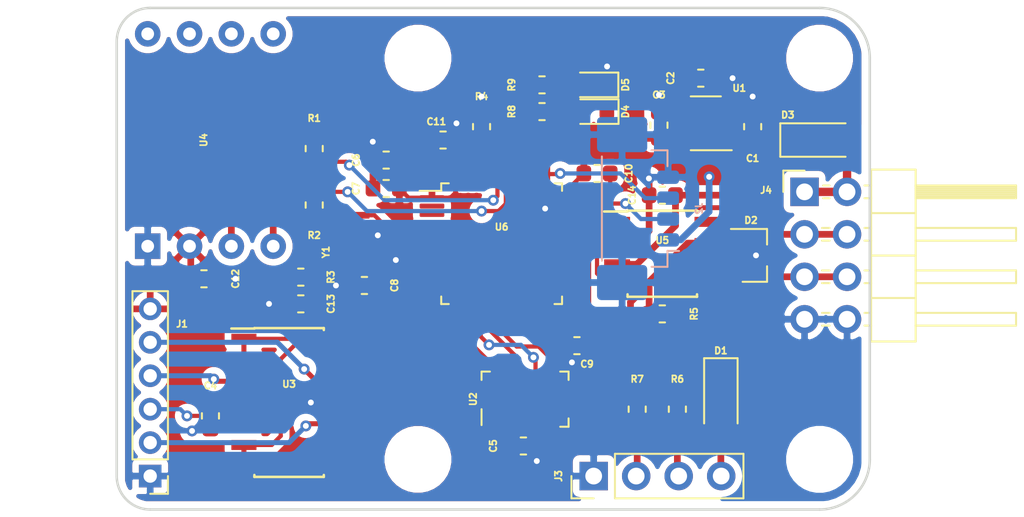
<source format=kicad_pcb>
(kicad_pcb (version 20171130) (host pcbnew "(5.1.0)-1")
  (layers (0 F.Cu signal) (31 B.Cu signal) (34 B.Paste user) (35 F.Paste user) (36 B.SilkS user) (37 F.SilkS user) (38 B.Mask user) (39 F.Mask user) (44 Edge.Cuts user))
  (net 0 "")
  (net 1 GND)
  (net 2 +5V)
  (net 3 "Net-(C2-Pad1)")
  (net 4 +3V3)
  (net 5 "Net-(C13-Pad1)")
  (net 6 "Net-(D1-Pad2)")
  (net 7 CANH)
  (net 8 CANL)
  (net 9 "Net-(D3-Pad2)")
  (net 10 "Net-(D4-Pad2)")
  (net 11 "Net-(D5-Pad2)")
  (net 12 SWDIO)
  (net 13 SWCLK)
  (net 14 "Net-(J3-Pad2)")
  (net 15 "Net-(J3-Pad3)")
  (net 16 I2C1_SDA)
  (net 17 I2C1_SCL)
  (net 18 "Net-(R4-Pad1)")
  (net 19 U1TX)
  (net 20 U1RX)
  (net 21 "Net-(R8-Pad1)")
  (net 22 "Net-(R9-Pad1)")
  (net 23 BARO_CS)
  (net 24 SPI1_SCK)
  (net 25 SPI1_MOSI)
  (net 26 SPI1_MISO)
  (net 27 ADC1_IN0)
  (net 28 ADC1_IN2)
  (net 29 ADC1_IN1)
  (net 30 ADC1_IN3)
  (net 31 "Net-(U4-Pad5)")
  (net 32 "Net-(U4-Pad6)")
  (net 33 "Net-(U4-Pad7)")
  (net 34 "Net-(U4-Pad8)")
  (net 35 CAN_TX)
  (net 36 CAN_RX)
  (net 37 "Net-(U5-Pad5)")
  (net 38 "Net-(U5-Pad8)")
  (net 39 "Net-(U6-Pad2)")
  (net 40 "Net-(U6-Pad3)")
  (net 41 "Net-(U6-Pad4)")
  (net 42 "Net-(U6-Pad5)")
  (net 43 "Net-(U6-Pad6)")
  (net 44 "Net-(U6-Pad19)")
  (net 45 "Net-(U6-Pad20)")
  (net 46 "Net-(U6-Pad25)")
  (net 47 "Net-(U6-Pad26)")
  (net 48 "Net-(U6-Pad27)")
  (net 49 "Net-(U6-Pad28)")
  (net 50 "Net-(U6-Pad29)")
  (net 51 "Net-(U6-Pad38)")
  (net 52 "Net-(U6-Pad39)")
  (net 53 "Net-(U6-Pad45)")
  (net 54 "Net-(U6-Pad46)")
  (net 55 "Net-(U6-Pad14)")
  (net 56 "Net-(U6-Pad21)")
  (net 57 "Net-(U6-Pad22)")
  (net 58 A3)
  (net 59 A2)
  (net 60 A1)
  (net 61 A0)
  (module MEMS:MS4525DO-DS (layer F.Cu) (at 122.6 105.9 270)
    (fp_text reference U4 (at 0 0.4 270) (layer F.SilkS) (effects (font (size 0.4 0.4) (thickness 0.1))))
    (fp_text value MS4525DO)
    (pad 8 thru_hole circle (at -6.35 3.75 270) (size 1.524 1.524) (drill 0.762) (layers *.Cu *.Mask) (net 34 "Net-(U4-Pad8)"))
    (pad 7 thru_hole circle (at -6.35 1.25 270) (size 1.524 1.524) (drill 0.762) (layers *.Cu *.Mask) (net 33 "Net-(U4-Pad7)"))
    (pad 6 thru_hole circle (at -6.35 -1.25 270) (size 1.524 1.524) (drill 0.762) (layers *.Cu *.Mask) (net 32 "Net-(U4-Pad6)"))
    (pad 5 thru_hole circle (at -6.35 -3.75 270) (size 1.524 1.524) (drill 0.762) (layers *.Cu *.Mask) (net 31 "Net-(U4-Pad5)"))
    (pad 4 thru_hole circle (at 6.35 -3.75 270) (size 1.524 1.524) (drill 0.762) (layers *.Cu *.Mask) (net 17 I2C1_SCL))
    (pad 3 thru_hole circle (at 6.35 -1.25 270) (size 1.524 1.524) (drill 0.762) (layers *.Cu *.Mask) (net 16 I2C1_SDA))
    (pad 2 thru_hole circle (at 6.35 1.25 270) (size 1.524 1.524) (drill 0.762) (layers *.Cu *.Mask) (net 4 +3V3))
    (pad 1 thru_hole rect (at 6.35 3.75 270) (size 1.524 1.524) (drill 0.762) (layers *.Cu *.Mask) (net 1 GND))
  )
  (module MountingHole:MountingHole_3.2mm_M3 (layer F.Cu) (at 135 125)
    (fp_text reference REF** hide)
    (fp_text value MountingHole_3.2mm_M3 hide)
    (pad 1 np_thru_hole circle (at 0 0) (size 3.2 3.2) (drill 3.2) (layers *.Cu *.Mask))
  )
  (module MountingHole:MountingHole_3.2mm_M3 (layer F.Cu) (at 135 101)
    (fp_text reference REF** hide)
    (fp_text value MountingHole_3.2mm_M3 hide)
    (pad 1 np_thru_hole circle (at 0 0) (size 3.2 3.2) (drill 3.2) (layers *.Cu *.Mask))
  )
  (module MountingHole:MountingHole_3.2mm_M3 (layer F.Cu) (at 159 125)
    (fp_text reference REF** hide)
    (fp_text value MountingHole_3.2mm_M3 hide)
    (pad 1 np_thru_hole circle (at 0 0) (size 3.2 3.2) (drill 3.2) (layers *.Cu *.Mask))
  )
  (module MountingHole:MountingHole_3.2mm_M3 (layer F.Cu) (at 159 101)
    (fp_text reference REF** hide)
    (fp_text value MountingHole_3.2mm_M3 hide)
    (pad 1 np_thru_hole circle (at 0 0) (size 3.2 3.2) (drill 3.2) (layers *.Cu *.Mask))
  )
  (module Capacitor_SMD:C_0603_1608Metric (layer F.Cu) (at 155 105.1 90)
    (fp_text reference C1 (at -1.9 0 180) (layer F.SilkS) (effects (font (size 0.4 0.4) (thickness 0.1))))
    (fp_text value 4.7uF)
    (pad 2 smd roundrect (at 0.7875 0 90) (size 0.875 0.95) (layers F.Cu F.Paste F.Mask) (net 1 GND))
    (pad 1 smd roundrect (at -0.7875 0 90) (size 0.875 0.95) (layers F.Cu F.Paste F.Mask) (net 2 +5V))
  )
  (module Capacitor_SMD:C_0603_1608Metric (layer F.Cu) (at 151.9 102.2)
    (fp_text reference C2 (at -1.8 0 90) (layer F.SilkS) (effects (font (size 0.4 0.4) (thickness 0.1))))
    (fp_text value 10nF)
    (pad 1 smd roundrect (at -0.7875 0) (size 0.875 0.95) (layers F.Cu F.Paste F.Mask) (net 3 "Net-(C2-Pad1)"))
    (pad 2 smd roundrect (at 0.7875 0) (size 0.875 0.95) (layers F.Cu F.Paste F.Mask) (net 1 GND))
  )
  (module Capacitor_SMD:C_0603_1608Metric (layer F.Cu) (at 149.4 105.0125 90)
    (fp_text reference C3 (at 1.8125 0 180) (layer F.SilkS) (effects (font (size 0.4 0.4) (thickness 0.1))))
    (fp_text value 2.2uF)
    (pad 2 smd roundrect (at 0.7875 0 90) (size 0.875 0.95) (layers F.Cu F.Paste F.Mask) (net 1 GND))
    (pad 1 smd roundrect (at -0.7875 0 90) (size 0.875 0.95) (layers F.Cu F.Paste F.Mask) (net 4 +3V3))
  )
  (module Capacitor_SMD:C_0603_1608Metric (layer F.Cu) (at 122.6 122.4 270)
    (fp_text reference C4 (at -1.8 0) (layer F.SilkS) (effects (font (size 0.4 0.4) (thickness 0.1))))
    (fp_text value 100nF)
    (pad 2 smd roundrect (at 0.7875 0 270) (size 0.875 0.95) (layers F.Cu F.Paste F.Mask) (net 1 GND))
    (pad 1 smd roundrect (at -0.7875 0 270) (size 0.875 0.95) (layers F.Cu F.Paste F.Mask) (net 4 +3V3))
  )
  (module Capacitor_SMD:C_0603_1608Metric (layer F.Cu) (at 141.3 124.2)
    (fp_text reference C5 (at -1.8 0 90) (layer F.SilkS) (effects (font (size 0.4 0.4) (thickness 0.1))))
    (fp_text value 100nF)
    (pad 1 smd roundrect (at -0.7875 0) (size 0.875 0.95) (layers F.Cu F.Paste F.Mask) (net 4 +3V3))
    (pad 2 smd roundrect (at 0.7875 0) (size 0.875 0.95) (layers F.Cu F.Paste F.Mask) (net 1 GND))
  )
  (module Capacitor_SMD:C_0603_1608Metric (layer F.Cu) (at 133.1 107.1 180)
    (fp_text reference C6 (at 1.8 0 270) (layer F.SilkS) (effects (font (size 0.4 0.4) (thickness 0.1))))
    (fp_text value 4.7uF)
    (pad 1 smd roundrect (at -0.7875 0 180) (size 0.875 0.95) (layers F.Cu F.Paste F.Mask) (net 4 +3V3))
    (pad 2 smd roundrect (at 0.7875 0 180) (size 0.875 0.95) (layers F.Cu F.Paste F.Mask) (net 1 GND))
  )
  (module Capacitor_SMD:C_0603_1608Metric (layer F.Cu) (at 133.1 108.8 180)
    (fp_text reference C7 (at 1.8 0 270) (layer F.SilkS) (effects (font (size 0.4 0.4) (thickness 0.1))))
    (fp_text value 100nF)
    (pad 2 smd roundrect (at 0.7875 0 180) (size 0.875 0.95) (layers F.Cu F.Paste F.Mask) (net 1 GND))
    (pad 1 smd roundrect (at -0.7875 0 180) (size 0.875 0.95) (layers F.Cu F.Paste F.Mask) (net 4 +3V3))
  )
  (module Capacitor_SMD:C_0603_1608Metric (layer F.Cu) (at 131.8 114.6 180)
    (fp_text reference C8 (at -1.8 0 270) (layer F.SilkS) (effects (font (size 0.4 0.4) (thickness 0.1))))
    (fp_text value 100nF)
    (pad 1 smd roundrect (at -0.7875 0 180) (size 0.875 0.95) (layers F.Cu F.Paste F.Mask) (net 4 +3V3))
    (pad 2 smd roundrect (at 0.7875 0 180) (size 0.875 0.95) (layers F.Cu F.Paste F.Mask) (net 1 GND))
  )
  (module Capacitor_SMD:C_0603_1608Metric (layer F.Cu) (at 144.5 118.2 180)
    (fp_text reference C9 (at -0.6 -1.1 180) (layer F.SilkS) (effects (font (size 0.4 0.4) (thickness 0.1))))
    (fp_text value 100nF)
    (pad 2 smd roundrect (at 0.7875 0 180) (size 0.875 0.95) (layers F.Cu F.Paste F.Mask) (net 1 GND))
    (pad 1 smd roundrect (at -0.7875 0 180) (size 0.875 0.95) (layers F.Cu F.Paste F.Mask) (net 4 +3V3))
  )
  (module Capacitor_SMD:C_0603_1608Metric (layer F.Cu) (at 145.7 107.9)
    (fp_text reference C10 (at 1.9 0 90) (layer F.SilkS) (effects (font (size 0.4 0.4) (thickness 0.1))))
    (fp_text value 100nF)
    (pad 1 smd roundrect (at -0.7875 0) (size 0.875 0.95) (layers F.Cu F.Paste F.Mask) (net 4 +3V3))
    (pad 2 smd roundrect (at 0.7875 0) (size 0.875 0.95) (layers F.Cu F.Paste F.Mask) (net 1 GND))
  )
  (module Capacitor_SMD:C_0603_1608Metric (layer F.Cu) (at 136.5 105.9)
    (fp_text reference C11 (at -0.4 -1.1) (layer F.SilkS) (effects (font (size 0.4 0.4) (thickness 0.1))))
    (fp_text value 100nF)
    (pad 2 smd roundrect (at 0.7875 0) (size 0.875 0.95) (layers F.Cu F.Paste F.Mask) (net 1 GND))
    (pad 1 smd roundrect (at -0.7875 0) (size 0.875 0.95) (layers F.Cu F.Paste F.Mask) (net 4 +3V3))
  )
  (module Capacitor_SMD:C_0603_1608Metric (layer F.Cu) (at 122.2125 114.2)
    (fp_text reference C12 (at 1.8875 0 90) (layer F.SilkS) (effects (font (size 0.4 0.4) (thickness 0.1))))
    (fp_text value 100nF)
    (pad 1 smd roundrect (at -0.7875 0) (size 0.875 0.95) (layers F.Cu F.Paste F.Mask) (net 4 +3V3))
    (pad 2 smd roundrect (at 0.7875 0) (size 0.875 0.95) (layers F.Cu F.Paste F.Mask) (net 1 GND))
  )
  (module Capacitor_SMD:C_0603_1608Metric (layer F.Cu) (at 128 115.7 180)
    (fp_text reference C13 (at -1.8 0 270) (layer F.SilkS) (effects (font (size 0.4 0.4) (thickness 0.1))))
    (fp_text value 100nF)
    (pad 1 smd roundrect (at -0.7875 0 180) (size 0.875 0.95) (layers F.Cu F.Paste F.Mask) (net 5 "Net-(C13-Pad1)"))
    (pad 2 smd roundrect (at 0.7875 0 180) (size 0.875 0.95) (layers F.Cu F.Paste F.Mask) (net 1 GND))
  )
  (module Capacitor_SMD:C_0603_1608Metric (layer F.Cu) (at 149.6 109.2 180)
    (fp_text reference C14 (at 1.8 0 270) (layer F.SilkS) (effects (font (size 0.4 0.4) (thickness 0.1))))
    (fp_text value 100nF)
    (pad 2 smd roundrect (at 0.7875 0 180) (size 0.875 0.95) (layers F.Cu F.Paste F.Mask) (net 1 GND))
    (pad 1 smd roundrect (at -0.7875 0 180) (size 0.875 0.95) (layers F.Cu F.Paste F.Mask) (net 2 +5V))
  )
  (module Diode_SMD:D_SOD-123 (layer F.Cu) (at 153.1 121.2 270)
    (fp_text reference D1 (at -2.7 0) (layer F.SilkS) (effects (font (size 0.4 0.4) (thickness 0.1))))
    (fp_text value 1A)
    (pad 1 smd rect (at -1.65 0 270) (size 0.9 1.2) (layers F.Cu F.Paste F.Mask) (net 2 +5V))
    (pad 2 smd rect (at 1.65 0 270) (size 0.9 1.2) (layers F.Cu F.Paste F.Mask) (net 6 "Net-(D1-Pad2)"))
  )
  (module Package_TO_SOT_SMD:SOT-23 (layer F.Cu) (at 155.1 112.8)
    (fp_text reference D2 (at -0.2 -2.1) (layer F.SilkS) (effects (font (size 0.4 0.4) (thickness 0.1))))
    (fp_text value PESDCAN)
    (pad 1 smd rect (at -1 -0.95) (size 0.9 0.8) (layers F.Cu F.Paste F.Mask) (net 7 CANH))
    (pad 2 smd rect (at -1 0.95) (size 0.9 0.8) (layers F.Cu F.Paste F.Mask) (net 8 CANL))
    (pad 3 smd rect (at 1 0) (size 0.9 0.8) (layers F.Cu F.Paste F.Mask) (net 1 GND))
  )
  (module Diode_SMD:D_SOD-123 (layer F.Cu) (at 158.9 105.9)
    (fp_text reference D3 (at -1.8 -1.5) (layer F.SilkS) (effects (font (size 0.4 0.4) (thickness 0.1))))
    (fp_text value 1A)
    (pad 2 smd rect (at 1.65 0) (size 0.9 1.2) (layers F.Cu F.Paste F.Mask) (net 9 "Net-(D3-Pad2)"))
    (pad 1 smd rect (at -1.65 0) (size 0.9 1.2) (layers F.Cu F.Paste F.Mask) (net 2 +5V))
  )
  (module LED_SMD:LED_0603_1608Metric (layer F.Cu) (at 145.5 104.2 180)
    (fp_text reference D4 (at -1.9 0 270) (layer F.SilkS) (effects (font (size 0.4 0.4) (thickness 0.1))))
    (fp_text value BLUE)
    (pad 2 smd roundrect (at 0.7875 0 180) (size 0.875 0.95) (layers F.Cu F.Paste F.Mask) (net 10 "Net-(D4-Pad2)"))
    (pad 1 smd roundrect (at -0.7875 0 180) (size 0.875 0.95) (layers F.Cu F.Paste F.Mask) (net 1 GND))
  )
  (module LED_SMD:LED_0603_1608Metric (layer F.Cu) (at 145.4875 102.6 180)
    (fp_text reference D5 (at -1.9125 0 270) (layer F.SilkS) (effects (font (size 0.4 0.4) (thickness 0.1))))
    (fp_text value GREEN)
    (pad 1 smd roundrect (at -0.7875 0 180) (size 0.875 0.95) (layers F.Cu F.Paste F.Mask) (net 1 GND))
    (pad 2 smd roundrect (at 0.7875 0 180) (size 0.875 0.95) (layers F.Cu F.Paste F.Mask) (net 11 "Net-(D5-Pad2)"))
  )
  (module Connector_PinHeader_2.00mm:PinHeader_1x06_P2.00mm_Vertical (layer F.Cu) (at 119 126 180)
    (fp_text reference J1 (at -1.9 9.1 180) (layer F.SilkS) (effects (font (size 0.4 0.4) (thickness 0.1))))
    (fp_text value EXT_ADC)
    (pad 1 thru_hole rect (at 0 0 180) (size 1.35 1.35) (drill 0.8) (layers *.Cu *.Mask) (net 1 GND))
    (pad 2 thru_hole oval (at 0 2 180) (size 1.35 1.35) (drill 0.8) (layers *.Cu *.Mask) (net 58 A3))
    (pad 3 thru_hole oval (at 0 4 180) (size 1.35 1.35) (drill 0.8) (layers *.Cu *.Mask) (net 60 A1))
    (pad 4 thru_hole oval (at 0 6 180) (size 1.35 1.35) (drill 0.8) (layers *.Cu *.Mask) (net 61 A0))
    (pad 5 thru_hole oval (at 0 8 180) (size 1.35 1.35) (drill 0.8) (layers *.Cu *.Mask) (net 59 A2))
    (pad 6 thru_hole oval (at 0 10 180) (size 1.35 1.35) (drill 0.8) (layers *.Cu *.Mask) (net 4 +3V3))
  )
  (module Connector_PinHeader_2.54mm:PinHeader_1x04_P2.54mm_Vertical (layer F.Cu) (at 145.5 126 90)
    (fp_text reference J3 (at 0 -2.1 90) (layer F.SilkS) (effects (font (size 0.4 0.4) (thickness 0.1))))
    (fp_text value UART)
    (pad 1 thru_hole rect (at 0 0 90) (size 1.7 1.7) (drill 1) (layers *.Cu *.Mask) (net 1 GND))
    (pad 2 thru_hole oval (at 0 2.54 90) (size 1.7 1.7) (drill 1) (layers *.Cu *.Mask) (net 14 "Net-(J3-Pad2)"))
    (pad 3 thru_hole oval (at 0 5.08 90) (size 1.7 1.7) (drill 1) (layers *.Cu *.Mask) (net 15 "Net-(J3-Pad3)"))
    (pad 4 thru_hole oval (at 0 7.62 90) (size 1.7 1.7) (drill 1) (layers *.Cu *.Mask) (net 6 "Net-(D1-Pad2)"))
  )
  (module Connector_PinHeader_2.54mm:PinHeader_2x04_P2.54mm_Horizontal (layer F.Cu) (at 158.1 109)
    (fp_text reference J4 (at -2.3 -0.1) (layer F.SilkS) (effects (font (size 0.4 0.4) (thickness 0.1))))
    (fp_text value M04x2)
    (pad 1 thru_hole rect (at 0 0) (size 1.7 1.7) (drill 1) (layers *.Cu *.Mask) (net 9 "Net-(D3-Pad2)"))
    (pad 2 thru_hole oval (at 2.54 0) (size 1.7 1.7) (drill 1) (layers *.Cu *.Mask) (net 9 "Net-(D3-Pad2)"))
    (pad 3 thru_hole oval (at 0 2.54) (size 1.7 1.7) (drill 1) (layers *.Cu *.Mask) (net 7 CANH))
    (pad 4 thru_hole oval (at 2.54 2.54) (size 1.7 1.7) (drill 1) (layers *.Cu *.Mask) (net 7 CANH))
    (pad 5 thru_hole oval (at 0 5.08) (size 1.7 1.7) (drill 1) (layers *.Cu *.Mask) (net 8 CANL))
    (pad 6 thru_hole oval (at 2.54 5.08) (size 1.7 1.7) (drill 1) (layers *.Cu *.Mask) (net 8 CANL))
    (pad 7 thru_hole oval (at 0 7.62) (size 1.7 1.7) (drill 1) (layers *.Cu *.Mask) (net 1 GND))
    (pad 8 thru_hole oval (at 2.54 7.62) (size 1.7 1.7) (drill 1) (layers *.Cu *.Mask) (net 1 GND))
  )
  (module Resistor_SMD:R_0603_1608Metric (layer F.Cu) (at 128.8 106.4125 270)
    (fp_text reference R1 (at -1.8125 0) (layer F.SilkS) (effects (font (size 0.4 0.4) (thickness 0.1))))
    (fp_text value 4.7K)
    (pad 2 smd roundrect (at 0.7875 0 270) (size 0.875 0.95) (layers F.Cu F.Paste F.Mask) (net 16 I2C1_SDA))
    (pad 1 smd roundrect (at -0.7875 0 270) (size 0.875 0.95) (layers F.Cu F.Paste F.Mask) (net 4 +3V3))
  )
  (module Resistor_SMD:R_0603_1608Metric (layer F.Cu) (at 128.8 109.7875 90)
    (fp_text reference R2 (at -1.8125 0 180) (layer F.SilkS) (effects (font (size 0.4 0.4) (thickness 0.1))))
    (fp_text value 4.7K)
    (pad 1 smd roundrect (at -0.7875 0 90) (size 0.875 0.95) (layers F.Cu F.Paste F.Mask) (net 4 +3V3))
    (pad 2 smd roundrect (at 0.7875 0 90) (size 0.875 0.95) (layers F.Cu F.Paste F.Mask) (net 17 I2C1_SCL))
  )
  (module Resistor_SMD:R_0603_1608Metric (layer F.Cu) (at 128 114.1 180)
    (fp_text reference R3 (at -1.8 0 270) (layer F.SilkS) (effects (font (size 0.4 0.4) (thickness 0.1))))
    (fp_text value 10K)
    (pad 1 smd roundrect (at -0.7875 0 180) (size 0.875 0.95) (layers F.Cu F.Paste F.Mask) (net 5 "Net-(C13-Pad1)"))
    (pad 2 smd roundrect (at 0.7875 0 180) (size 0.875 0.95) (layers F.Cu F.Paste F.Mask) (net 4 +3V3))
  )
  (module Resistor_SMD:R_0603_1608Metric (layer F.Cu) (at 138.8 105.1 90)
    (fp_text reference R4 (at 1.8 0 180) (layer F.SilkS) (effects (font (size 0.4 0.4) (thickness 0.1))))
    (fp_text value 10K)
    (pad 2 smd roundrect (at 0.7875 0 90) (size 0.875 0.95) (layers F.Cu F.Paste F.Mask) (net 1 GND))
    (pad 1 smd roundrect (at -0.7875 0 90) (size 0.875 0.95) (layers F.Cu F.Paste F.Mask) (net 18 "Net-(R4-Pad1)"))
  )
  (module Resistor_SMD:R_0603_1608Metric (layer F.Cu) (at 149.6 116.3 180)
    (fp_text reference R5 (at -1.9 0 270) (layer F.SilkS) (effects (font (size 0.4 0.4) (thickness 0.1))))
    (fp_text value 120)
    (pad 1 smd roundrect (at -0.7875 0 180) (size 0.875 0.95) (layers F.Cu F.Paste F.Mask) (net 8 CANL))
    (pad 2 smd roundrect (at 0.7875 0 180) (size 0.875 0.95) (layers F.Cu F.Paste F.Mask) (net 7 CANH))
  )
  (module Resistor_SMD:R_0603_1608Metric (layer F.Cu) (at 150.5 122 90)
    (fp_text reference R6 (at 1.8 0 180) (layer F.SilkS) (effects (font (size 0.4 0.4) (thickness 0.1))))
    (fp_text value 22)
    (pad 1 smd roundrect (at -0.7875 0 90) (size 0.875 0.95) (layers F.Cu F.Paste F.Mask) (net 15 "Net-(J3-Pad3)"))
    (pad 2 smd roundrect (at 0.7875 0 90) (size 0.875 0.95) (layers F.Cu F.Paste F.Mask) (net 19 U1TX))
  )
  (module Resistor_SMD:R_0603_1608Metric (layer F.Cu) (at 148.1 122 90)
    (fp_text reference R7 (at 1.8 0 180) (layer F.SilkS) (effects (font (size 0.4 0.4) (thickness 0.1))))
    (fp_text value 22)
    (pad 2 smd roundrect (at 0.7875 0 90) (size 0.875 0.95) (layers F.Cu F.Paste F.Mask) (net 20 U1RX))
    (pad 1 smd roundrect (at -0.7875 0 90) (size 0.875 0.95) (layers F.Cu F.Paste F.Mask) (net 14 "Net-(J3-Pad2)"))
  )
  (module Resistor_SMD:R_0603_1608Metric (layer F.Cu) (at 142.4125 104.2)
    (fp_text reference R8 (at -1.8125 0 90) (layer F.SilkS) (effects (font (size 0.4 0.4) (thickness 0.1))))
    (fp_text value 680)
    (pad 2 smd roundrect (at 0.7875 0) (size 0.875 0.95) (layers F.Cu F.Paste F.Mask) (net 10 "Net-(D4-Pad2)"))
    (pad 1 smd roundrect (at -0.7875 0) (size 0.875 0.95) (layers F.Cu F.Paste F.Mask) (net 21 "Net-(R8-Pad1)"))
  )
  (module Resistor_SMD:R_0603_1608Metric (layer F.Cu) (at 142.4125 102.6)
    (fp_text reference R9 (at -1.8125 0 90) (layer F.SilkS) (effects (font (size 0.4 0.4) (thickness 0.1))))
    (fp_text value 680)
    (pad 1 smd roundrect (at -0.7875 0) (size 0.875 0.95) (layers F.Cu F.Paste F.Mask) (net 22 "Net-(R9-Pad1)"))
    (pad 2 smd roundrect (at 0.7875 0) (size 0.875 0.95) (layers F.Cu F.Paste F.Mask) (net 11 "Net-(D5-Pad2)"))
  )
  (module Package_TO_SOT_SMD:SOT-23-5 (layer F.Cu) (at 152.2 104.9 180)
    (fp_text reference U1 (at -2 2.1 180) (layer F.SilkS) (effects (font (size 0.4 0.4) (thickness 0.1))))
    (fp_text value SPX3819M5)
    (pad 1 smd rect (at -1.1 -0.95 180) (size 1.06 0.65) (layers F.Cu F.Paste F.Mask) (net 2 +5V))
    (pad 2 smd rect (at -1.1 0 180) (size 1.06 0.65) (layers F.Cu F.Paste F.Mask) (net 1 GND))
    (pad 3 smd rect (at -1.1 0.95 180) (size 1.06 0.65) (layers F.Cu F.Paste F.Mask) (net 2 +5V))
    (pad 4 smd rect (at 1.1 0.95 180) (size 1.06 0.65) (layers F.Cu F.Paste F.Mask) (net 3 "Net-(C2-Pad1)"))
    (pad 5 smd rect (at 1.1 -0.95 180) (size 1.06 0.65) (layers F.Cu F.Paste F.Mask) (net 4 +3V3))
  )
  (module Package_LGA:LGA-8_3x5mm_P1.25mm (layer F.Cu) (at 141.4 121.4 90)
    (fp_text reference U2 (at 0 -3.1 90) (layer F.SilkS) (effects (font (size 0.4 0.4) (thickness 0.1))))
    (fp_text value MS5611)
    (pad 4 smd rect (at -1.075 1.875 90) (size 0.95 0.55) (layers F.Cu F.Paste F.Mask) (net 23 BARO_CS))
    (pad 1 smd rect (at -1.075 -1.875 90) (size 0.95 0.55) (layers F.Cu F.Paste F.Mask) (net 4 +3V3))
    (pad 2 smd rect (at -1.075 -0.625 90) (size 0.95 0.55) (layers F.Cu F.Paste F.Mask) (net 1 GND))
    (pad 3 smd rect (at -1.075 0.625 90) (size 0.95 0.55) (layers F.Cu F.Paste F.Mask) (net 1 GND))
    (pad 8 smd rect (at 1.075 -1.875 90) (size 0.95 0.55) (layers F.Cu F.Paste F.Mask) (net 24 SPI1_SCK))
    (pad 7 smd rect (at 1.075 -0.625 90) (size 0.95 0.55) (layers F.Cu F.Paste F.Mask) (net 25 SPI1_MOSI))
    (pad 6 smd rect (at 1.075 0.625 90) (size 0.95 0.55) (layers F.Cu F.Paste F.Mask) (net 26 SPI1_MISO))
    (pad 5 smd rect (at 1.075 1.875 90) (size 0.95 0.55) (layers F.Cu F.Paste F.Mask) (net 23 BARO_CS))
  )
  (module Package_SO:SOIC-14_3.9x8.7mm_P1.27mm (layer F.Cu) (at 127.3 121.6)
    (fp_text reference U3 (at 0 -1.1) (layer F.SilkS) (effects (font (size 0.4 0.4) (thickness 0.1))))
    (fp_text value LMV324)
    (pad 1 smd rect (at -2.7 -3.81) (size 1.5 0.6) (layers F.Cu F.Paste F.Mask) (net 27 ADC1_IN0))
    (pad 2 smd rect (at -2.7 -2.54) (size 1.5 0.6) (layers F.Cu F.Paste F.Mask) (net 27 ADC1_IN0))
    (pad 3 smd rect (at -2.7 -1.27) (size 1.5 0.6) (layers F.Cu F.Paste F.Mask) (net 61 A0))
    (pad 4 smd rect (at -2.7 0) (size 1.5 0.6) (layers F.Cu F.Paste F.Mask) (net 4 +3V3))
    (pad 5 smd rect (at -2.7 1.27) (size 1.5 0.6) (layers F.Cu F.Paste F.Mask) (net 60 A1))
    (pad 6 smd rect (at -2.7 2.54) (size 1.5 0.6) (layers F.Cu F.Paste F.Mask) (net 29 ADC1_IN1))
    (pad 7 smd rect (at -2.7 3.81) (size 1.5 0.6) (layers F.Cu F.Paste F.Mask) (net 29 ADC1_IN1))
    (pad 8 smd rect (at 2.7 3.81) (size 1.5 0.6) (layers F.Cu F.Paste F.Mask) (net 30 ADC1_IN3))
    (pad 9 smd rect (at 2.7 2.54) (size 1.5 0.6) (layers F.Cu F.Paste F.Mask) (net 30 ADC1_IN3))
    (pad 10 smd rect (at 2.7 1.27) (size 1.5 0.6) (layers F.Cu F.Paste F.Mask) (net 58 A3))
    (pad 11 smd rect (at 2.7 0) (size 1.5 0.6) (layers F.Cu F.Paste F.Mask) (net 1 GND))
    (pad 12 smd rect (at 2.7 -1.27) (size 1.5 0.6) (layers F.Cu F.Paste F.Mask) (net 59 A2))
    (pad 13 smd rect (at 2.7 -2.54) (size 1.5 0.6) (layers F.Cu F.Paste F.Mask) (net 28 ADC1_IN2))
    (pad 14 smd rect (at 2.7 -3.81) (size 1.5 0.6) (layers F.Cu F.Paste F.Mask) (net 28 ADC1_IN2))
  )
  (module Package_SO:SOIC-8_3.9x4.9mm_P1.27mm (layer F.Cu) (at 149.6 112.7)
    (fp_text reference U5 (at 0 -0.8) (layer F.SilkS) (effects (font (size 0.4 0.4) (thickness 0.1))))
    (fp_text value TJA1050)
    (pad 1 smd rect (at -2.7 -1.905) (size 1.55 0.6) (layers F.Cu F.Paste F.Mask) (net 35 CAN_TX))
    (pad 2 smd rect (at -2.7 -0.635) (size 1.55 0.6) (layers F.Cu F.Paste F.Mask) (net 1 GND))
    (pad 3 smd rect (at -2.7 0.635) (size 1.55 0.6) (layers F.Cu F.Paste F.Mask) (net 2 +5V))
    (pad 4 smd rect (at -2.7 1.905) (size 1.55 0.6) (layers F.Cu F.Paste F.Mask) (net 36 CAN_RX))
    (pad 5 smd rect (at 2.7 1.905) (size 1.55 0.6) (layers F.Cu F.Paste F.Mask) (net 37 "Net-(U5-Pad5)"))
    (pad 6 smd rect (at 2.7 0.635) (size 1.55 0.6) (layers F.Cu F.Paste F.Mask) (net 8 CANL))
    (pad 7 smd rect (at 2.7 -0.635) (size 1.55 0.6) (layers F.Cu F.Paste F.Mask) (net 7 CANH))
    (pad 8 smd rect (at 2.7 -1.905) (size 1.55 0.6) (layers F.Cu F.Paste F.Mask) (net 38 "Net-(U5-Pad8)"))
  )
  (module Package_QFP:LQFP-48_7x7mm_P0.5mm (layer F.Cu) (at 140 112.1)
    (fp_text reference U6 (at 0 -1) (layer F.SilkS) (effects (font (size 0.4 0.4) (thickness 0.1))))
    (fp_text value STM32F072CBTx)
    (pad 1 smd roundrect (at -4.1625 -2.75) (size 1.475 0.3) (layers F.Cu F.Paste F.Mask) (net 4 +3V3))
    (pad 2 smd roundrect (at -4.1625 -2.25) (size 1.475 0.3) (layers F.Cu F.Paste F.Mask) (net 39 "Net-(U6-Pad2)"))
    (pad 3 smd roundrect (at -4.1625 -1.75) (size 1.475 0.3) (layers F.Cu F.Paste F.Mask) (net 40 "Net-(U6-Pad3)"))
    (pad 4 smd roundrect (at -4.1625 -1.25) (size 1.475 0.3) (layers F.Cu F.Paste F.Mask) (net 41 "Net-(U6-Pad4)"))
    (pad 5 smd roundrect (at -4.1625 -0.75) (size 1.475 0.3) (layers F.Cu F.Paste F.Mask) (net 42 "Net-(U6-Pad5)"))
    (pad 6 smd roundrect (at -4.1625 -0.25) (size 1.475 0.3) (layers F.Cu F.Paste F.Mask) (net 43 "Net-(U6-Pad6)"))
    (pad 7 smd roundrect (at -4.1625 0.25) (size 1.475 0.3) (layers F.Cu F.Paste F.Mask) (net 5 "Net-(C13-Pad1)"))
    (pad 8 smd roundrect (at -4.1625 0.75) (size 1.475 0.3) (layers F.Cu F.Paste F.Mask) (net 1 GND))
    (pad 9 smd roundrect (at -4.1625 1.25) (size 1.475 0.3) (layers F.Cu F.Paste F.Mask) (net 4 +3V3))
    (pad 10 smd roundrect (at -4.1625 1.75) (size 1.475 0.3) (layers F.Cu F.Paste F.Mask) (net 27 ADC1_IN0))
    (pad 11 smd roundrect (at -4.1625 2.25) (size 1.475 0.3) (layers F.Cu F.Paste F.Mask) (net 29 ADC1_IN1))
    (pad 12 smd roundrect (at -4.1625 2.75) (size 1.475 0.3) (layers F.Cu F.Paste F.Mask) (net 28 ADC1_IN2))
    (pad 13 smd roundrect (at -2.75 4.1625) (size 0.3 1.475) (layers F.Cu F.Paste F.Mask) (net 30 ADC1_IN3))
    (pad 14 smd roundrect (at -2.25 4.1625) (size 0.3 1.475) (layers F.Cu F.Paste F.Mask) (net 55 "Net-(U6-Pad14)"))
    (pad 15 smd roundrect (at -1.75 4.1625) (size 0.3 1.475) (layers F.Cu F.Paste F.Mask) (net 24 SPI1_SCK))
    (pad 16 smd roundrect (at -1.25 4.1625) (size 0.3 1.475) (layers F.Cu F.Paste F.Mask) (net 26 SPI1_MISO))
    (pad 17 smd roundrect (at -0.75 4.1625) (size 0.3 1.475) (layers F.Cu F.Paste F.Mask) (net 25 SPI1_MOSI))
    (pad 18 smd roundrect (at -0.25 4.1625) (size 0.3 1.475) (layers F.Cu F.Paste F.Mask) (net 23 BARO_CS))
    (pad 19 smd roundrect (at 0.25 4.1625) (size 0.3 1.475) (layers F.Cu F.Paste F.Mask) (net 44 "Net-(U6-Pad19)"))
    (pad 20 smd roundrect (at 0.75 4.1625) (size 0.3 1.475) (layers F.Cu F.Paste F.Mask) (net 45 "Net-(U6-Pad20)"))
    (pad 21 smd roundrect (at 1.25 4.1625) (size 0.3 1.475) (layers F.Cu F.Paste F.Mask) (net 56 "Net-(U6-Pad21)"))
    (pad 22 smd roundrect (at 1.75 4.1625) (size 0.3 1.475) (layers F.Cu F.Paste F.Mask) (net 57 "Net-(U6-Pad22)"))
    (pad 23 smd roundrect (at 2.25 4.1625) (size 0.3 1.475) (layers F.Cu F.Paste F.Mask) (net 1 GND))
    (pad 24 smd roundrect (at 2.75 4.1625) (size 0.3 1.475) (layers F.Cu F.Paste F.Mask) (net 4 +3V3))
    (pad 25 smd roundrect (at 4.1625 2.75) (size 1.475 0.3) (layers F.Cu F.Paste F.Mask) (net 46 "Net-(U6-Pad25)"))
    (pad 26 smd roundrect (at 4.1625 2.25) (size 1.475 0.3) (layers F.Cu F.Paste F.Mask) (net 47 "Net-(U6-Pad26)"))
    (pad 27 smd roundrect (at 4.1625 1.75) (size 1.475 0.3) (layers F.Cu F.Paste F.Mask) (net 48 "Net-(U6-Pad27)"))
    (pad 28 smd roundrect (at 4.1625 1.25) (size 1.475 0.3) (layers F.Cu F.Paste F.Mask) (net 49 "Net-(U6-Pad28)"))
    (pad 29 smd roundrect (at 4.1625 0.75) (size 1.475 0.3) (layers F.Cu F.Paste F.Mask) (net 50 "Net-(U6-Pad29)"))
    (pad 30 smd roundrect (at 4.1625 0.25) (size 1.475 0.3) (layers F.Cu F.Paste F.Mask) (net 19 U1TX))
    (pad 31 smd roundrect (at 4.1625 -0.25) (size 1.475 0.3) (layers F.Cu F.Paste F.Mask) (net 20 U1RX))
    (pad 32 smd roundrect (at 4.1625 -0.75) (size 1.475 0.3) (layers F.Cu F.Paste F.Mask) (net 36 CAN_RX))
    (pad 33 smd roundrect (at 4.1625 -1.25) (size 1.475 0.3) (layers F.Cu F.Paste F.Mask) (net 35 CAN_TX))
    (pad 34 smd roundrect (at 4.1625 -1.75) (size 1.475 0.3) (layers F.Cu F.Paste F.Mask) (net 12 SWDIO))
    (pad 35 smd roundrect (at 4.1625 -2.25) (size 1.475 0.3) (layers F.Cu F.Paste F.Mask) (net 1 GND))
    (pad 36 smd roundrect (at 4.1625 -2.75) (size 1.475 0.3) (layers F.Cu F.Paste F.Mask) (net 4 +3V3))
    (pad 37 smd roundrect (at 2.75 -4.1625) (size 0.3 1.475) (layers F.Cu F.Paste F.Mask) (net 13 SWCLK))
    (pad 38 smd roundrect (at 2.25 -4.1625) (size 0.3 1.475) (layers F.Cu F.Paste F.Mask) (net 51 "Net-(U6-Pad38)"))
    (pad 39 smd roundrect (at 1.75 -4.1625) (size 0.3 1.475) (layers F.Cu F.Paste F.Mask) (net 52 "Net-(U6-Pad39)"))
    (pad 40 smd roundrect (at 1.25 -4.1625) (size 0.3 1.475) (layers F.Cu F.Paste F.Mask) (net 21 "Net-(R8-Pad1)"))
    (pad 41 smd roundrect (at 0.75 -4.1625) (size 0.3 1.475) (layers F.Cu F.Paste F.Mask) (net 22 "Net-(R9-Pad1)"))
    (pad 42 smd roundrect (at 0.25 -4.1625) (size 0.3 1.475) (layers F.Cu F.Paste F.Mask) (net 17 I2C1_SCL))
    (pad 43 smd roundrect (at -0.25 -4.1625) (size 0.3 1.475) (layers F.Cu F.Paste F.Mask) (net 16 I2C1_SDA))
    (pad 44 smd roundrect (at -0.75 -4.1625) (size 0.3 1.475) (layers F.Cu F.Paste F.Mask) (net 18 "Net-(R4-Pad1)"))
    (pad 45 smd roundrect (at -1.25 -4.1625) (size 0.3 1.475) (layers F.Cu F.Paste F.Mask) (net 53 "Net-(U6-Pad45)"))
    (pad 46 smd roundrect (at -1.75 -4.1625) (size 0.3 1.475) (layers F.Cu F.Paste F.Mask) (net 54 "Net-(U6-Pad46)"))
    (pad 47 smd roundrect (at -2.25 -4.1625) (size 0.3 1.475) (layers F.Cu F.Paste F.Mask) (net 1 GND))
    (pad 48 smd roundrect (at -2.75 -4.1625) (size 0.3 1.475) (layers F.Cu F.Paste F.Mask) (net 4 +3V3))
  )
  (module MurataResonators:CERALOCK-CSTCE (layer F.Cu) (at 131.1 111.6 90)
    (fp_text reference Y1 (at -1 -1.6 90) (layer F.SilkS) (effects (font (size 0.4 0.4) (thickness 0.1))))
    (fp_text value 8MHz)
    (pad 1 smd rect (at 1.2 0 180) (size 2 0.4) (layers F.Cu F.Paste F.Mask) (net 42 "Net-(U6-Pad5)"))
    (pad 2 smd rect (at 0 0 180) (size 2 0.4) (layers F.Cu F.Paste F.Mask) (net 1 GND))
    (pad 3 smd rect (at -1.2 0 180) (size 2 0.4) (layers F.Cu F.Paste F.Mask) (net 43 "Net-(U6-Pad6)"))
  )
  (module Connector_Molex:Molex_PicoBlade_53398-0471_1x04-1MP_P1.25mm_Vertical (layer B.Cu) (at 148.7 110 90)
    (fp_text reference J2 (at 0 3.1 90) (layer B.SilkS) (effects (font (size 0.4 0.4) (thickness 0.1)) (justify mirror)))
    (fp_text value SWD)
    (pad 1 smd roundrect (at -1.875 1.25 90) (size 0.8 1.3) (layers B.Cu B.Paste B.Mask) (net 4 +3V3))
    (pad 2 smd roundrect (at -0.625 1.25 90) (size 0.8 1.3) (layers B.Cu B.Paste B.Mask) (net 12 SWDIO))
    (pad 3 smd roundrect (at 0.625 1.25 90) (size 0.8 1.3) (layers B.Cu B.Paste B.Mask) (net 13 SWCLK))
    (pad 4 smd roundrect (at 1.875 1.25 90) (size 0.8 1.3) (layers B.Cu B.Paste B.Mask) (net 1 GND))
    (pad MP smd roundrect (at -4.425 -1.5 90) (size 2.1 3) (layers B.Cu B.Paste B.Mask) (roundrect_rratio 0.119) (net 1 GND))
    (pad MP smd roundrect (at 4.425 -1.5 90) (size 2.1 3) (layers B.Cu B.Paste B.Mask) (roundrect_rratio 0.119) (net 1 GND))
  )
  (gr_arc (start 119 126) (end 117 126) (angle -90) (layer Edge.Cuts) (width 0.15))
  (gr_arc (start 119 100) (end 119 98) (angle -90) (layer Edge.Cuts) (width 0.15))
  (gr_arc (start 159 101) (end 162 101) (angle -90) (layer Edge.Cuts) (width 0.15))
  (gr_arc (start 159 125) (end 159 128) (angle -90) (layer Edge.Cuts) (width 0.15))
  (gr_line (start 119 128) (end 159 128) (layer Edge.Cuts) (width 0.15))
  (gr_line (start 117 100) (end 117 126) (layer Edge.Cuts) (width 0.15))
  (gr_line (start 159 98) (end 119 98) (layer Edge.Cuts) (width 0.15))
  (gr_line (start 162 125) (end 162 101) (layer Edge.Cuts) (width 0.15))
  (segment (start 137.75 106.3625) (end 137.2875 105.9) (width 0.25) (layer F.Cu) (net 1))
  (segment (start 137.75 107.9375) (end 137.75 106.3625) (width 0.25) (layer F.Cu) (net 1))
  (segment (start 140.775 122.8875) (end 142.0875 124.2) (width 0.25) (layer F.Cu) (net 1))
  (segment (start 140.775 122.475) (end 140.775 122.8875) (width 0.25) (layer F.Cu) (net 1))
  (segment (start 142.025 124.1375) (end 142.0875 124.2) (width 0.25) (layer F.Cu) (net 1))
  (segment (start 142.025 122.475) (end 142.025 124.1375) (width 0.25) (layer F.Cu) (net 1))
  (segment (start 142.25 116.2625) (end 142.25 117.45) (width 0.25) (layer F.Cu) (net 1))
  (segment (start 142.25 117.45) (end 143 118.2) (width 0.25) (layer F.Cu) (net 1))
  (segment (start 143 118.2) (end 143.7125 118.2) (width 0.25) (layer F.Cu) (net 1))
  (via (at 155.2 112.8) (size 0.65) (drill 0.35) (layers F.Cu B.Cu) (net 1))
  (segment (start 156.1 112.8) (end 155.2 112.8) (width 0.4) (layer F.Cu) (net 1))
  (segment (start 148.075 112.065) (end 146.9 112.065) (width 0.4) (layer F.Cu) (net 1))
  (segment (start 148.8125 109.2) (end 148.8125 111.3275) (width 0.4) (layer F.Cu) (net 1))
  (segment (start 148.8125 111.3275) (end 148.075 112.065) (width 0.4) (layer F.Cu) (net 1))
  (via (at 142.6 110) (size 0.65) (drill 0.35) (layers F.Cu B.Cu) (net 1))
  (segment (start 144.1625 109.85) (end 142.75 109.85) (width 0.25) (layer F.Cu) (net 1))
  (segment (start 142.75 109.85) (end 142.6 110) (width 0.25) (layer F.Cu) (net 1))
  (via (at 132.6 111.6) (size 0.65) (drill 0.35) (layers F.Cu B.Cu) (net 1))
  (segment (start 131.1 111.6) (end 132.6 111.6) (width 0.25) (layer F.Cu) (net 1))
  (via (at 124.1 114.2) (size 0.65) (drill 0.35) (layers F.Cu B.Cu) (net 1))
  (segment (start 123 114.2) (end 124.1 114.2) (width 0.25) (layer F.Cu) (net 1))
  (via (at 126.1 115.7) (size 0.65) (drill 0.35) (layers F.Cu B.Cu) (net 1))
  (segment (start 127.2125 115.7) (end 126.1 115.7) (width 0.25) (layer F.Cu) (net 1))
  (via (at 144.2 119.2) (size 0.65) (drill 0.35) (layers F.Cu B.Cu) (net 1))
  (segment (start 143.7125 118.2) (end 143.7125 118.7125) (width 0.25) (layer F.Cu) (net 1))
  (segment (start 143.7125 118.7125) (end 144.2 119.2) (width 0.25) (layer F.Cu) (net 1))
  (via (at 142.1 125.1) (size 0.65) (drill 0.35) (layers F.Cu B.Cu) (net 1))
  (segment (start 142.0875 124.2) (end 142.0875 125.0875) (width 0.25) (layer F.Cu) (net 1))
  (segment (start 142.0875 125.0875) (end 142.1 125.1) (width 0.25) (layer F.Cu) (net 1))
  (segment (start 132.3125 108.8) (end 132.3125 107.1) (width 0.4) (layer F.Cu) (net 1))
  (via (at 132.3 106) (size 0.65) (drill 0.35) (layers F.Cu B.Cu) (net 1))
  (segment (start 132.3125 107.1) (end 132.3125 106.0125) (width 0.4) (layer F.Cu) (net 1))
  (segment (start 132.3125 106.0125) (end 132.3 106) (width 0.4) (layer F.Cu) (net 1))
  (via (at 137.3 104.9) (size 0.65) (drill 0.35) (layers F.Cu B.Cu) (net 1))
  (segment (start 137.2875 105.9) (end 137.2875 104.9125) (width 0.4) (layer F.Cu) (net 1))
  (segment (start 137.2875 104.9125) (end 137.3 104.9) (width 0.4) (layer F.Cu) (net 1))
  (via (at 138.8 103.3) (size 0.65) (drill 0.35) (layers F.Cu B.Cu) (net 1))
  (segment (start 138.8 104.3125) (end 138.8 103.3) (width 0.4) (layer F.Cu) (net 1))
  (via (at 149.4 103.2) (size 0.65) (drill 0.35) (layers F.Cu B.Cu) (net 1))
  (segment (start 149.4 104.225) (end 149.4 103.2) (width 0.4) (layer F.Cu) (net 1))
  (via (at 155 103.3) (size 0.65) (drill 0.35) (layers F.Cu B.Cu) (net 1))
  (segment (start 155 104.3125) (end 155 103.3) (width 0.4) (layer F.Cu) (net 1))
  (segment (start 154.4125 104.9) (end 155 104.3125) (width 0.4) (layer F.Cu) (net 1))
  (segment (start 153.3 104.9) (end 154.4125 104.9) (width 0.4) (layer F.Cu) (net 1))
  (via (at 148.8 108.2) (size 0.65) (drill 0.35) (layers F.Cu B.Cu) (net 1))
  (segment (start 148.8125 109.2) (end 148.8125 108.2125) (width 0.4) (layer F.Cu) (net 1))
  (segment (start 148.8125 108.2125) (end 148.8 108.2) (width 0.4) (layer F.Cu) (net 1))
  (segment (start 146.4875 108.77609) (end 146.4875 107.9) (width 0.25) (layer F.Cu) (net 1))
  (segment (start 144.1625 109.85) (end 145.41359 109.85) (width 0.25) (layer F.Cu) (net 1))
  (segment (start 145.41359 109.85) (end 146.4875 108.77609) (width 0.25) (layer F.Cu) (net 1))
  (segment (start 146.2875 102.6125) (end 146.275 102.6) (width 0.3) (layer F.Cu) (net 1))
  (segment (start 146.2875 104.2) (end 146.2875 102.6125) (width 0.3) (layer F.Cu) (net 1))
  (via (at 146.3 101.5) (size 0.65) (drill 0.35) (layers F.Cu B.Cu) (net 1))
  (segment (start 146.275 102.6) (end 146.275 101.525) (width 0.3) (layer F.Cu) (net 1))
  (segment (start 146.275 101.525) (end 146.3 101.5) (width 0.3) (layer F.Cu) (net 1))
  (via (at 130.1 114.6) (size 0.65) (drill 0.35) (layers F.Cu B.Cu) (net 1))
  (segment (start 131.0125 114.6) (end 130.1 114.6) (width 0.25) (layer F.Cu) (net 1))
  (via (at 128.6 121.6) (size 0.65) (drill 0.35) (layers F.Cu B.Cu) (net 1))
  (segment (start 130 121.6) (end 128.6 121.6) (width 0.25) (layer F.Cu) (net 1))
  (via (at 153.8 102.2) (size 0.65) (drill 0.35) (layers F.Cu B.Cu) (net 1))
  (segment (start 152.6875 102.2) (end 153.8 102.2) (width 0.3) (layer F.Cu) (net 1))
  (via (at 133.677825 113.077825) (size 0.65) (drill 0.35) (layers F.Cu B.Cu) (net 1))
  (segment (start 135.8375 112.85) (end 133.90565 112.85) (width 0.25) (layer F.Cu) (net 1))
  (segment (start 133.90565 112.85) (end 133.677825 113.077825) (width 0.25) (layer F.Cu) (net 1))
  (via (at 121.5 123.3) (size 0.65) (drill 0.35) (layers F.Cu B.Cu) (net 1))
  (segment (start 122.4 123.1875) (end 121.6125 123.1875) (width 0.25) (layer F.Cu) (net 1))
  (segment (start 121.6125 123.1875) (end 121.5 123.3) (width 0.25) (layer F.Cu) (net 1))
  (segment (start 150.3875 109.775) (end 150.3875 109.2) (width 0.4) (layer F.Cu) (net 2))
  (segment (start 150.3875 111.0225) (end 150.3875 109.775) (width 0.4) (layer F.Cu) (net 2))
  (segment (start 148.075 113.335) (end 150.3875 111.0225) (width 0.4) (layer F.Cu) (net 2))
  (segment (start 146.9 113.335) (end 148.075 113.335) (width 0.4) (layer F.Cu) (net 2))
  (segment (start 153.1 119.55) (end 150.15 119.55) (width 0.4) (layer F.Cu) (net 2))
  (segment (start 148.075 115.225002) (end 148.075 113.335) (width 0.4) (layer F.Cu) (net 2))
  (segment (start 147.7 115.600002) (end 148.075 115.225002) (width 0.4) (layer F.Cu) (net 2))
  (segment (start 147.7 117.1) (end 147.7 115.600002) (width 0.4) (layer F.Cu) (net 2))
  (segment (start 150.15 119.55) (end 147.7 117.1) (width 0.4) (layer F.Cu) (net 2))
  (segment (start 154.9625 105.85) (end 155 105.8875) (width 0.5) (layer F.Cu) (net 2))
  (segment (start 153.3 105.85) (end 154.9625 105.85) (width 0.5) (layer F.Cu) (net 2))
  (segment (start 155.0125 105.9) (end 155 105.8875) (width 0.5) (layer F.Cu) (net 2))
  (segment (start 157.25 105.9) (end 155.0125 105.9) (width 0.5) (layer F.Cu) (net 2))
  (segment (start 152.47 105.85) (end 152.2 105.58) (width 0.3) (layer F.Cu) (net 2))
  (segment (start 153.3 105.85) (end 152.47 105.85) (width 0.3) (layer F.Cu) (net 2))
  (segment (start 152.47 103.95) (end 153.3 103.95) (width 0.3) (layer F.Cu) (net 2))
  (segment (start 152.2 104.22) (end 152.47 103.95) (width 0.3) (layer F.Cu) (net 2))
  (segment (start 152.2 105.58) (end 152.2 104.22) (width 0.3) (layer F.Cu) (net 2))
  (segment (start 150.3875 109.2) (end 154.1 109.2) (width 0.4) (layer F.Cu) (net 2))
  (segment (start 154.1 109.2) (end 155 108.3) (width 0.4) (layer F.Cu) (net 2))
  (segment (start 155 108.3) (end 155 105.8875) (width 0.4) (layer F.Cu) (net 2))
  (segment (start 151.1 102.2125) (end 151.1125 102.2) (width 0.3) (layer F.Cu) (net 3))
  (segment (start 151.1 103.95) (end 151.1 102.2125) (width 0.3) (layer F.Cu) (net 3))
  (segment (start 134.4375 109.35) (end 133.8875 108.8) (width 0.25) (layer F.Cu) (net 4))
  (segment (start 135.8375 109.35) (end 134.4375 109.35) (width 0.25) (layer F.Cu) (net 4))
  (segment (start 137.25 107.9375) (end 136.1375 107.9375) (width 0.25) (layer F.Cu) (net 4))
  (segment (start 135.7125 107.5125) (end 135.7125 105.9) (width 0.25) (layer F.Cu) (net 4))
  (segment (start 136.1375 107.9375) (end 135.7125 107.5125) (width 0.25) (layer F.Cu) (net 4))
  (segment (start 121.425 112.325) (end 121.35 112.25) (width 0.4) (layer F.Cu) (net 4))
  (segment (start 121.425 114.2) (end 121.425 112.325) (width 0.4) (layer F.Cu) (net 4))
  (segment (start 128.8 112.5125) (end 127.2125 114.1) (width 0.25) (layer F.Cu) (net 4))
  (segment (start 128.8 110.575) (end 128.8 112.5125) (width 0.25) (layer F.Cu) (net 4))
  (via (at 152.4 108.1) (size 0.65) (drill 0.35) (layers F.Cu B.Cu) (net 4))
  (segment (start 152.4 110.175) (end 152.4 108.1) (width 0.4) (layer B.Cu) (net 4))
  (segment (start 149.95 111.875) (end 150.7 111.875) (width 0.4) (layer B.Cu) (net 4))
  (segment (start 150.7 111.875) (end 152.4 110.175) (width 0.4) (layer B.Cu) (net 4))
  (segment (start 144.1625 108.65) (end 144.9125 107.9) (width 0.25) (layer F.Cu) (net 4))
  (segment (start 144.1625 109.35) (end 144.1625 108.65) (width 0.25) (layer F.Cu) (net 4))
  (segment (start 143.35 116.2625) (end 142.75 116.2625) (width 0.25) (layer F.Cu) (net 4))
  (segment (start 145.2875 118.2) (end 143.35 116.2625) (width 0.25) (layer F.Cu) (net 4))
  (segment (start 122.4125 121.6) (end 122.4 121.6125) (width 0.3) (layer F.Cu) (net 4))
  (segment (start 133.125 114.6) (end 132.5875 114.6) (width 0.25) (layer F.Cu) (net 4))
  (segment (start 134.32501 113.39999) (end 133.125 114.6) (width 0.25) (layer F.Cu) (net 4))
  (segment (start 135 113.35) (end 135.8375 113.35) (width 0.25) (layer F.Cu) (net 4))
  (segment (start 134.367652 113.35) (end 135 113.35) (width 0.25) (layer F.Cu) (net 4))
  (segment (start 134.32501 113.392642) (end 134.367652 113.35) (width 0.25) (layer F.Cu) (net 4))
  (segment (start 134.32501 113.39999) (end 134.32501 113.392642) (width 0.25) (layer F.Cu) (net 4))
  (segment (start 137.15 109.35) (end 135.8375 109.35) (width 0.25) (layer F.Cu) (net 4))
  (segment (start 137.25 107.9375) (end 137.25 109.25) (width 0.25) (layer F.Cu) (net 4))
  (segment (start 137.25 109.25) (end 137.15 109.35) (width 0.25) (layer F.Cu) (net 4))
  (segment (start 137.5 109.5) (end 137.25 109.25) (width 0.25) (layer F.Cu) (net 4))
  (segment (start 137.5 112.525) (end 137.5 109.5) (width 0.25) (layer F.Cu) (net 4))
  (segment (start 135.8375 113.35) (end 136.675 113.35) (width 0.25) (layer F.Cu) (net 4))
  (segment (start 136.675 113.35) (end 137.5 112.525) (width 0.25) (layer F.Cu) (net 4))
  (segment (start 133.48641 112.35) (end 132.33641 113.5) (width 0.25) (layer F.Cu) (net 5))
  (segment (start 135.8375 112.35) (end 133.48641 112.35) (width 0.25) (layer F.Cu) (net 5))
  (segment (start 129.3875 113.5) (end 128.7875 114.1) (width 0.25) (layer F.Cu) (net 5))
  (segment (start 132.33641 113.5) (end 129.3875 113.5) (width 0.25) (layer F.Cu) (net 5))
  (segment (start 128.7875 115.7) (end 128.7875 114.1) (width 0.25) (layer F.Cu) (net 5))
  (segment (start 153.1 125.98) (end 153.12 126) (width 0.4) (layer F.Cu) (net 6))
  (segment (start 153.1 122.85) (end 153.1 125.98) (width 0.4) (layer F.Cu) (net 6))
  (segment (start 151.125 112.065) (end 152.3 112.065) (width 0.4) (layer F.Cu) (net 7))
  (segment (start 148.8125 114.3775) (end 151.125 112.065) (width 0.4) (layer F.Cu) (net 7))
  (segment (start 148.8125 116.3) (end 148.8125 114.3775) (width 0.4) (layer F.Cu) (net 7))
  (segment (start 153.885 112.065) (end 154.1 111.85) (width 0.4) (layer F.Cu) (net 7))
  (segment (start 152.3 112.065) (end 153.885 112.065) (width 0.4) (layer F.Cu) (net 7))
  (segment (start 154.41 111.54) (end 154.1 111.85) (width 0.4) (layer F.Cu) (net 7))
  (segment (start 158.1 111.54) (end 154.41 111.54) (width 0.4) (layer F.Cu) (net 7))
  (segment (start 158.1 111.54) (end 160.64 111.54) (width 0.4) (layer F.Cu) (net 7))
  (segment (start 150.3875 115.725) (end 150.3875 116.3) (width 0.4) (layer F.Cu) (net 8))
  (segment (start 150.4 115.7125) (end 150.3875 115.725) (width 0.4) (layer F.Cu) (net 8))
  (segment (start 150.4 114.06) (end 150.4 115.7125) (width 0.4) (layer F.Cu) (net 8))
  (segment (start 151.125 113.335) (end 150.4 114.06) (width 0.4) (layer F.Cu) (net 8))
  (segment (start 152.3 113.335) (end 151.125 113.335) (width 0.4) (layer F.Cu) (net 8))
  (segment (start 153.685 113.335) (end 154.1 113.75) (width 0.4) (layer F.Cu) (net 8))
  (segment (start 152.3 113.335) (end 153.685 113.335) (width 0.4) (layer F.Cu) (net 8))
  (segment (start 154.43 114.08) (end 154.1 113.75) (width 0.4) (layer F.Cu) (net 8))
  (segment (start 158.1 114.08) (end 154.43 114.08) (width 0.4) (layer F.Cu) (net 8))
  (segment (start 158.1 114.08) (end 160.64 114.08) (width 0.4) (layer F.Cu) (net 8))
  (segment (start 158.1 109) (end 160.64 109) (width 0.5) (layer F.Cu) (net 9))
  (segment (start 160.64 105.99) (end 160.55 105.9) (width 0.5) (layer F.Cu) (net 9))
  (segment (start 160.64 109) (end 160.64 105.99) (width 0.5) (layer F.Cu) (net 9))
  (segment (start 143.2 104.2) (end 144.7125 104.2) (width 0.3) (layer F.Cu) (net 10))
  (segment (start 143.2 102.6) (end 144.7 102.6) (width 0.3) (layer F.Cu) (net 11))
  (segment (start 144.1625 110.35) (end 145.25 110.35) (width 0.25) (layer F.Cu) (net 12))
  (segment (start 145.25 110.35) (end 145.55 110.35) (width 0.25) (layer F.Cu) (net 12))
  (segment (start 145.55 110.35) (end 146.2 109.7) (width 0.25) (layer F.Cu) (net 12))
  (via (at 147.4 109.7) (size 0.65) (drill 0.35) (layers F.Cu B.Cu) (net 12))
  (segment (start 146.2 109.7) (end 147.4 109.7) (width 0.25) (layer F.Cu) (net 12))
  (segment (start 148.325 110.625) (end 149.95 110.625) (width 0.25) (layer B.Cu) (net 12))
  (segment (start 147.4 109.7) (end 148.325 110.625) (width 0.25) (layer B.Cu) (net 12))
  (via (at 143.5 107.9) (size 0.65) (drill 0.35) (layers F.Cu B.Cu) (net 13))
  (segment (start 142.75 107.9375) (end 143.4625 107.9375) (width 0.25) (layer F.Cu) (net 13))
  (segment (start 143.4625 107.9375) (end 143.5 107.9) (width 0.25) (layer F.Cu) (net 13))
  (segment (start 143.5 107.9) (end 147.1 107.9) (width 0.25) (layer B.Cu) (net 13))
  (segment (start 148.575 109.375) (end 149.95 109.375) (width 0.25) (layer B.Cu) (net 13))
  (segment (start 147.1 107.9) (end 148.575 109.375) (width 0.25) (layer B.Cu) (net 13))
  (segment (start 148.1 125.94) (end 148.04 126) (width 0.4) (layer F.Cu) (net 14))
  (segment (start 148.1 122.7875) (end 148.1 125.94) (width 0.4) (layer F.Cu) (net 14))
  (segment (start 150.5 125.92) (end 150.58 126) (width 0.4) (layer F.Cu) (net 15))
  (segment (start 150.5 122.7875) (end 150.5 125.92) (width 0.4) (layer F.Cu) (net 15))
  (segment (start 139.75 107.9375) (end 139.75 109.25) (width 0.25) (layer F.Cu) (net 16))
  (via (at 139.5 109.5) (size 0.65) (drill 0.35) (layers F.Cu B.Cu) (net 16))
  (segment (start 139.75 109.25) (end 139.5 109.5) (width 0.25) (layer F.Cu) (net 16))
  (segment (start 139.5 109.5) (end 134.5 109.5) (width 0.25) (layer B.Cu) (net 16))
  (segment (start 134.5 109.5) (end 133 109.5) (width 0.25) (layer B.Cu) (net 16))
  (via (at 130.9 107.4) (size 0.65) (drill 0.35) (layers F.Cu B.Cu) (net 16))
  (segment (start 133 109.5) (end 130.9 107.4) (width 0.25) (layer B.Cu) (net 16))
  (segment (start 130.7 107.2) (end 130.9 107.4) (width 0.25) (layer F.Cu) (net 16))
  (segment (start 128.8 107.2) (end 130.7 107.2) (width 0.25) (layer F.Cu) (net 16))
  (segment (start 123.85 108.25) (end 123.85 112.25) (width 0.4) (layer F.Cu) (net 16))
  (segment (start 128.8 107.2) (end 124.9 107.2) (width 0.4) (layer F.Cu) (net 16))
  (segment (start 124.9 107.2) (end 123.85 108.25) (width 0.4) (layer F.Cu) (net 16))
  (via (at 138.8 110.15) (size 0.65) (drill 0.35) (layers F.Cu B.Cu) (net 17))
  (segment (start 139.812002 110.15) (end 138.8 110.15) (width 0.25) (layer F.Cu) (net 17))
  (segment (start 140.25 107.9375) (end 140.25 109.712002) (width 0.25) (layer F.Cu) (net 17))
  (segment (start 140.25 109.712002) (end 139.812002 110.15) (width 0.25) (layer F.Cu) (net 17))
  (via (at 130.8 109) (size 0.65) (drill 0.35) (layers F.Cu B.Cu) (net 17))
  (segment (start 130.8 109) (end 128.8 109) (width 0.25) (layer F.Cu) (net 17))
  (segment (start 131.95 110.15) (end 138.8 110.15) (width 0.25) (layer B.Cu) (net 17))
  (segment (start 130.8 109) (end 131.95 110.15) (width 0.25) (layer B.Cu) (net 17))
  (segment (start 126.35 109.65) (end 126.35 112.25) (width 0.4) (layer F.Cu) (net 17))
  (segment (start 128.8 109) (end 127 109) (width 0.4) (layer F.Cu) (net 17))
  (segment (start 127 109) (end 126.35 109.65) (width 0.4) (layer F.Cu) (net 17))
  (segment (start 139.25 106.3375) (end 138.8 105.8875) (width 0.25) (layer F.Cu) (net 18))
  (segment (start 139.25 107.9375) (end 139.25 106.3375) (width 0.25) (layer F.Cu) (net 18))
  (segment (start 144.1625 112.35) (end 144.965702 112.35) (width 0.25) (layer F.Cu) (net 19))
  (segment (start 144.965702 112.35) (end 145.22501 112.609308) (width 0.25) (layer F.Cu) (net 19))
  (segment (start 145.22501 115.93751) (end 150.5 121.2125) (width 0.25) (layer F.Cu) (net 19))
  (segment (start 145.22501 112.609308) (end 145.22501 115.93751) (width 0.25) (layer F.Cu) (net 19))
  (segment (start 148.1 119.768506) (end 148.1 121.2125) (width 0.25) (layer F.Cu) (net 20))
  (segment (start 143.05 111.85) (end 142.5 112.4) (width 0.25) (layer F.Cu) (net 20))
  (segment (start 144.1625 111.85) (end 143.05 111.85) (width 0.25) (layer F.Cu) (net 20))
  (segment (start 142.5 112.4) (end 142.5 114.490702) (width 0.25) (layer F.Cu) (net 20))
  (segment (start 142.5 114.490702) (end 144.909298 116.9) (width 0.25) (layer F.Cu) (net 20))
  (segment (start 144.909298 116.9) (end 145.231494 116.9) (width 0.25) (layer F.Cu) (net 20))
  (segment (start 145.231494 116.9) (end 148.1 119.768506) (width 0.25) (layer F.Cu) (net 20))
  (segment (start 141.27499 107.22501) (end 141.27499 105.52501) (width 0.25) (layer F.Cu) (net 21))
  (segment (start 141.25 107.9375) (end 141.25 107.25) (width 0.25) (layer F.Cu) (net 21))
  (segment (start 141.25 107.25) (end 141.27499 107.22501) (width 0.25) (layer F.Cu) (net 21))
  (segment (start 141.625 105.175) (end 141.625 104.2) (width 0.25) (layer F.Cu) (net 21))
  (segment (start 141.27499 105.52501) (end 141.625 105.175) (width 0.25) (layer F.Cu) (net 21))
  (segment (start 141.0875 102.6) (end 141.625 102.6) (width 0.25) (layer F.Cu) (net 22))
  (segment (start 140.75 102.9375) (end 141.0875 102.6) (width 0.25) (layer F.Cu) (net 22))
  (segment (start 140.75 107.9375) (end 140.75 102.9375) (width 0.25) (layer F.Cu) (net 22))
  (segment (start 143.275 119.312998) (end 143.275 120.325) (width 0.25) (layer F.Cu) (net 23))
  (segment (start 142.212001 118.249999) (end 143.275 119.312998) (width 0.25) (layer F.Cu) (net 23))
  (segment (start 139.75 117.1) (end 139.75 116.2625) (width 0.25) (layer F.Cu) (net 23))
  (segment (start 142.212001 118.249999) (end 140.899999 118.249999) (width 0.25) (layer F.Cu) (net 23))
  (segment (start 140.899999 118.249999) (end 139.75 117.1) (width 0.25) (layer F.Cu) (net 23))
  (segment (start 143.275 122.475) (end 144.125 122.475) (width 0.25) (layer F.Cu) (net 23))
  (segment (start 144.125 122.475) (end 144.5 122.1) (width 0.25) (layer F.Cu) (net 23))
  (segment (start 144.5 122.1) (end 144.5 120.7) (width 0.25) (layer F.Cu) (net 23))
  (segment (start 144.125 120.325) (end 143.275 120.325) (width 0.25) (layer F.Cu) (net 23))
  (segment (start 144.5 120.7) (end 144.125 120.325) (width 0.25) (layer F.Cu) (net 23))
  (segment (start 138.27499 116.27499) (end 138.27499 118.17499) (width 0.25) (layer F.Cu) (net 24))
  (segment (start 138.25 116.2625) (end 138.2625 116.2625) (width 0.25) (layer F.Cu) (net 24))
  (segment (start 138.2625 116.2625) (end 138.27499 116.27499) (width 0.25) (layer F.Cu) (net 24))
  (segment (start 139.525 119.425) (end 139.525 120.325) (width 0.25) (layer F.Cu) (net 24))
  (segment (start 138.27499 118.17499) (end 139.525 119.425) (width 0.25) (layer F.Cu) (net 24))
  (segment (start 140.775 118.76141) (end 140.775 120.325) (width 0.25) (layer F.Cu) (net 25))
  (segment (start 139.25 116.2625) (end 139.25 117.23641) (width 0.25) (layer F.Cu) (net 25))
  (segment (start 139.25 117.23641) (end 140.775 118.76141) (width 0.25) (layer F.Cu) (net 25))
  (via (at 139.247175 118.152825) (size 0.65) (drill 0.35) (layers F.Cu B.Cu) (net 26))
  (segment (start 138.75 116.2625) (end 138.75 117.65565) (width 0.25) (layer F.Cu) (net 26))
  (segment (start 138.75 117.65565) (end 139.247175 118.152825) (width 0.25) (layer F.Cu) (net 26))
  (via (at 141.9 118.9) (size 0.65) (drill 0.35) (layers F.Cu B.Cu) (net 26))
  (segment (start 139.247175 118.152825) (end 141.152825 118.152825) (width 0.25) (layer B.Cu) (net 26))
  (segment (start 141.152825 118.152825) (end 141.9 118.9) (width 0.25) (layer B.Cu) (net 26))
  (segment (start 142.025 119.025) (end 141.9 118.9) (width 0.25) (layer F.Cu) (net 26))
  (segment (start 142.025 120.325) (end 142.025 119.025) (width 0.25) (layer F.Cu) (net 26))
  (segment (start 127.37359 117.79) (end 124.6 117.79) (width 0.25) (layer F.Cu) (net 27))
  (segment (start 128.46359 116.7) (end 127.37359 117.79) (width 0.25) (layer F.Cu) (net 27))
  (segment (start 131.96359 116.7) (end 128.46359 116.7) (width 0.25) (layer F.Cu) (net 27))
  (segment (start 135.8375 113.85) (end 134.81359 113.85) (width 0.25) (layer F.Cu) (net 27))
  (segment (start 134.81359 113.85) (end 131.96359 116.7) (width 0.25) (layer F.Cu) (net 27))
  (segment (start 124.6 119.06) (end 124.6 117.79) (width 0.3) (layer F.Cu) (net 27))
  (segment (start 135.8375 114.85) (end 135.8375 115.3625) (width 0.25) (layer F.Cu) (net 28))
  (segment (start 133.41 117.79) (end 130 117.79) (width 0.25) (layer F.Cu) (net 28))
  (segment (start 135.8375 115.3625) (end 133.41 117.79) (width 0.25) (layer F.Cu) (net 28))
  (segment (start 130 119.06) (end 130 117.79) (width 0.3) (layer F.Cu) (net 28))
  (segment (start 132.135001 117.164999) (end 134.95 114.35) (width 0.25) (layer F.Cu) (net 29))
  (segment (start 129.864999 117.164999) (end 132.135001 117.164999) (width 0.25) (layer F.Cu) (net 29))
  (segment (start 134.95 114.35) (end 135.8375 114.35) (width 0.25) (layer F.Cu) (net 29))
  (segment (start 129.85001 117.15001) (end 129.864999 117.164999) (width 0.25) (layer F.Cu) (net 29))
  (segment (start 129.435001 117.164999) (end 128.635001 117.164999) (width 0.25) (layer F.Cu) (net 29))
  (segment (start 129.85001 117.15001) (end 129.44999 117.15001) (width 0.25) (layer F.Cu) (net 29))
  (segment (start 129.44999 117.15001) (end 129.435001 117.164999) (width 0.25) (layer F.Cu) (net 29))
  (segment (start 128.635001 117.164999) (end 126.8 119) (width 0.25) (layer F.Cu) (net 29))
  (segment (start 126.8 119) (end 126.8 123.6) (width 0.25) (layer F.Cu) (net 29))
  (segment (start 126.26 124.14) (end 124.6 124.14) (width 0.25) (layer F.Cu) (net 29))
  (segment (start 126.8 123.6) (end 126.26 124.14) (width 0.25) (layer F.Cu) (net 29))
  (segment (start 124.6 125.41) (end 124.6 124.14) (width 0.3) (layer F.Cu) (net 29))
  (segment (start 137.25 116.2625) (end 136.1375 116.2625) (width 0.25) (layer F.Cu) (net 30))
  (segment (start 136.1375 116.2625) (end 131.8 120.6) (width 0.25) (layer F.Cu) (net 30))
  (segment (start 131.8 120.6) (end 131.8 123.5) (width 0.25) (layer F.Cu) (net 30))
  (segment (start 131.16 124.14) (end 130 124.14) (width 0.25) (layer F.Cu) (net 30))
  (segment (start 131.8 123.5) (end 131.16 124.14) (width 0.25) (layer F.Cu) (net 30))
  (segment (start 130 125.41) (end 130 124.14) (width 0.3) (layer F.Cu) (net 30))
  (segment (start 146.845 110.85) (end 146.9 110.795) (width 0.25) (layer F.Cu) (net 35))
  (segment (start 144.1625 110.85) (end 146.845 110.85) (width 0.25) (layer F.Cu) (net 35))
  (segment (start 144.965702 111.35) (end 145.7 112.084298) (width 0.25) (layer F.Cu) (net 36))
  (segment (start 144.1625 111.35) (end 144.965702 111.35) (width 0.25) (layer F.Cu) (net 36))
  (segment (start 146.425 114.605) (end 146.9 114.605) (width 0.25) (layer F.Cu) (net 36))
  (segment (start 145.7 113.88) (end 146.425 114.605) (width 0.25) (layer F.Cu) (net 36))
  (segment (start 145.7 112.084298) (end 145.7 113.88) (width 0.25) (layer F.Cu) (net 36))
  (segment (start 135.8375 111.35) (end 133.35 111.35) (width 0.25) (layer F.Cu) (net 42))
  (segment (start 132.4 110.4) (end 131.1 110.4) (width 0.25) (layer F.Cu) (net 42))
  (segment (start 133.35 111.35) (end 132.4 110.4) (width 0.25) (layer F.Cu) (net 42))
  (segment (start 135.8375 111.85) (end 133.35 111.85) (width 0.25) (layer F.Cu) (net 43))
  (segment (start 132.4 112.8) (end 131.1 112.8) (width 0.25) (layer F.Cu) (net 43))
  (segment (start 133.35 111.85) (end 132.4 112.8) (width 0.25) (layer F.Cu) (net 43))
  (via (at 128.3 123) (size 0.65) (drill 0.35) (layers F.Cu B.Cu) (net 58))
  (segment (start 130 122.87) (end 128.43 122.87) (width 0.3) (layer F.Cu) (net 58))
  (segment (start 128.43 122.87) (end 128.3 123) (width 0.3) (layer F.Cu) (net 58))
  (segment (start 127.3 124) (end 119 124) (width 0.3) (layer B.Cu) (net 58))
  (segment (start 128.3 123) (end 127.3 124) (width 0.3) (layer B.Cu) (net 58))
  (via (at 128.2 119.6) (size 0.65) (drill 0.35) (layers F.Cu B.Cu) (net 59))
  (segment (start 130 120.33) (end 128.93 120.33) (width 0.3) (layer F.Cu) (net 59))
  (segment (start 128.93 120.33) (end 128.2 119.6) (width 0.3) (layer F.Cu) (net 59))
  (segment (start 126.6 118) (end 119 118) (width 0.3) (layer B.Cu) (net 59))
  (segment (start 128.2 119.6) (end 126.6 118) (width 0.3) (layer B.Cu) (net 59))
  (via (at 121.2 122.4) (size 0.65) (drill 0.35) (layers F.Cu B.Cu) (net 60))
  (segment (start 123.6 122.87) (end 124.6 122.87) (width 0.25) (layer F.Cu) (net 60))
  (segment (start 123.13 122.4) (end 123.6 122.87) (width 0.25) (layer F.Cu) (net 60))
  (segment (start 123.13 122.4) (end 121.2 122.4) (width 0.25) (layer F.Cu) (net 60))
  (segment (start 120.8 122) (end 121.2 122.4) (width 0.25) (layer B.Cu) (net 60))
  (segment (start 119 122) (end 120.8 122) (width 0.25) (layer B.Cu) (net 60))
  (via (at 122.8 120.2) (size 0.65) (drill 0.35) (layers F.Cu B.Cu) (net 61))
  (segment (start 122.93 120.33) (end 122.8 120.2) (width 0.3) (layer F.Cu) (net 61))
  (segment (start 124.6 120.33) (end 122.93 120.33) (width 0.3) (layer F.Cu) (net 61))
  (segment (start 122.6 120) (end 122.8 120.2) (width 0.3) (layer B.Cu) (net 61))
  (segment (start 119 120) (end 122.6 120) (width 0.3) (layer B.Cu) (net 61))
  (zone (net 4) (net_name +3V3) (layer F.Cu) (connect_pads (clearance 0.4)) (min_thickness 0.25) (fill yes (arc_segments 32) (thermal_gap 0.4) (thermal_bridge_width 0.4))
    (polygon (pts (xy 117.5 98.5) (xy 117.5 127.5) (xy 161.5 127.5) (xy 161.5 98.5)))
  )
  (zone (net 1) (net_name GND) (layer B.Cu) (connect_pads (clearance 0.4)) (min_thickness 0.25) (fill yes (arc_segments 32) (thermal_gap 0.4) (thermal_bridge_width 0.4))
    (polygon (pts (xy 117.5 98.5) (xy 117.5 127.5) (xy 161.5 127.5) (xy 161.5 98.5)))
  )
)
</source>
